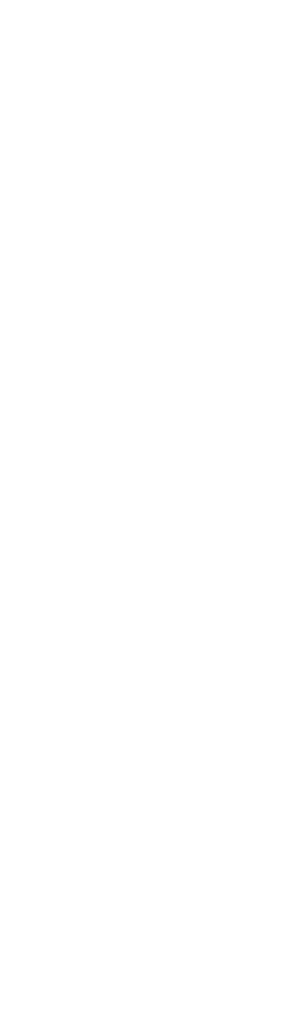
<source format=gbr>
%TF.GenerationSoftware,Altium Limited,Altium Designer,22.5.1 (42)*%
G04 Layer_Color=0*
%FSLAX26Y26*%
%MOIN*%
%TF.SameCoordinates,79F18A81-A5BF-4171-AD75-6FA3A7A6B408*%
%TF.FilePolarity,Positive*%
%TF.FileFunction,Plated,1,6,Blind,Drill*%
%TF.Part,Single*%
G01*
G75*
%TA.AperFunction,ViaDrill,NotFilled*%
%ADD167C,0.003937*%
D167*
X7801181Y11160433D02*
D03*
X7189961Y8513779D02*
D03*
Y8533465D02*
D03*
Y8553149D02*
D03*
Y8572835D02*
D03*
X8640184Y7220053D02*
D03*
X7734672D02*
D03*
X7181595Y5688976D02*
D03*
X7197343D02*
D03*
X7614666D02*
D03*
X7630413D02*
D03*
X8087106D02*
D03*
X8102854D02*
D03*
X7398622Y5965551D02*
D03*
X7382874D02*
D03*
X7831693D02*
D03*
X7815945D02*
D03*
X8288386D02*
D03*
X8304134D02*
D03*
X8535925Y5688976D02*
D03*
X8520177D02*
D03*
X8737205Y5965551D02*
D03*
X8721457D02*
D03*
X8816929Y5395669D02*
D03*
X8799016D02*
D03*
X8853248D02*
D03*
X8871162D02*
D03*
X8383858D02*
D03*
X8365945D02*
D03*
X8420177D02*
D03*
X8438091D02*
D03*
X7911417D02*
D03*
X7893504D02*
D03*
X7947736D02*
D03*
X7965650D02*
D03*
X7532579D02*
D03*
X7514665D02*
D03*
X7460433D02*
D03*
X7478346D02*
D03*
%TF.MD5,303890ceb6c86659ed3ea3051662ae7d*%
M02*

</source>
